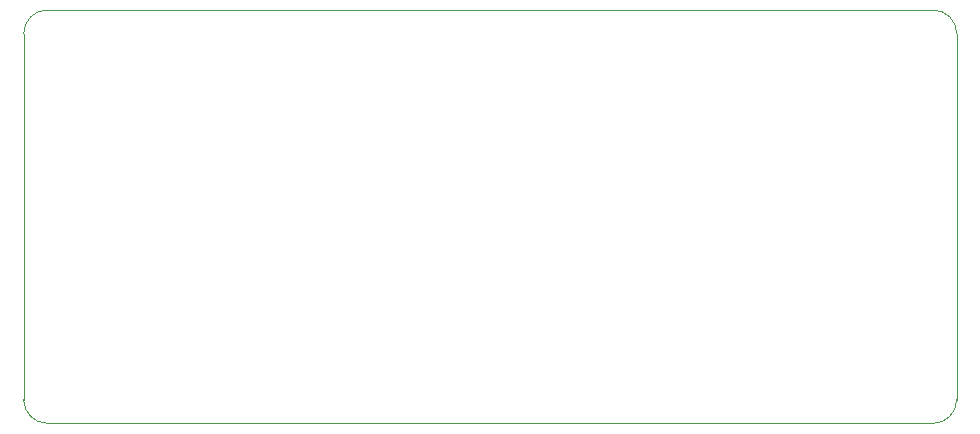
<source format=gbr>
%TF.GenerationSoftware,KiCad,Pcbnew,(5.1.12)-1*%
%TF.CreationDate,2021-12-21T10:33:21-05:00*%
%TF.ProjectId,stylophone,7374796c-6f70-4686-9f6e-652e6b696361,rev?*%
%TF.SameCoordinates,Original*%
%TF.FileFunction,Profile,NP*%
%FSLAX46Y46*%
G04 Gerber Fmt 4.6, Leading zero omitted, Abs format (unit mm)*
G04 Created by KiCad (PCBNEW (5.1.12)-1) date 2021-12-21 10:33:21*
%MOMM*%
%LPD*%
G01*
G04 APERTURE LIST*
%TA.AperFunction,Profile*%
%ADD10C,0.050000*%
%TD*%
G04 APERTURE END LIST*
D10*
X93000000Y-97000000D02*
X93000000Y-66000000D01*
X93000000Y-66000000D02*
G75*
G02*
X95000000Y-64000000I2000000J0D01*
G01*
X170000000Y-64000000D02*
X95000000Y-64000000D01*
X172000000Y-66000000D02*
X172000000Y-97000000D01*
X170000000Y-64000000D02*
G75*
G02*
X172000000Y-66000000I0J-2000000D01*
G01*
X172000000Y-97000000D02*
G75*
G02*
X170000000Y-99000000I-2000000J0D01*
G01*
X95000000Y-99000000D02*
X170000000Y-99000000D01*
X95000000Y-99000000D02*
G75*
G02*
X93000000Y-97000000I0J2000000D01*
G01*
M02*

</source>
